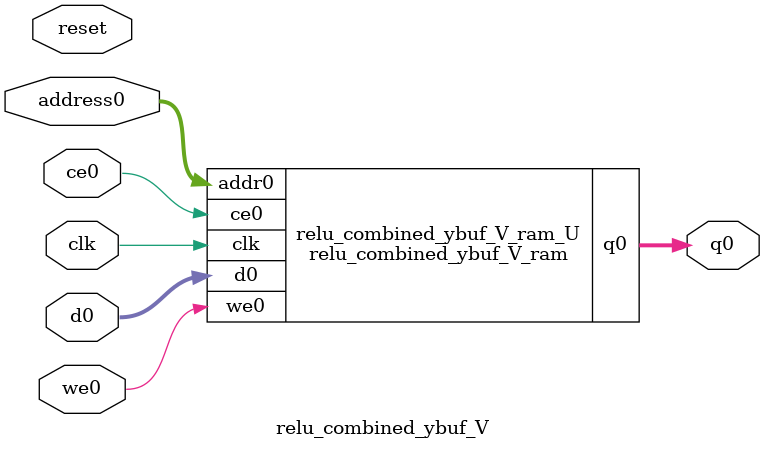
<source format=v>
`timescale 1 ns / 1 ps
module relu_combined_ybuf_V_ram (addr0, ce0, d0, we0, q0,  clk);

parameter DWIDTH = 15;
parameter AWIDTH = 9;
parameter MEM_SIZE = 512;

input[AWIDTH-1:0] addr0;
input ce0;
input[DWIDTH-1:0] d0;
input we0;
output reg[DWIDTH-1:0] q0;
input clk;

reg [DWIDTH-1:0] ram[0:MEM_SIZE-1];




always @(posedge clk)  
begin 
    if (ce0) begin
        if (we0) 
            ram[addr0] <= d0; 
        q0 <= ram[addr0];
    end
end


endmodule

`timescale 1 ns / 1 ps
module relu_combined_ybuf_V(
    reset,
    clk,
    address0,
    ce0,
    we0,
    d0,
    q0);

parameter DataWidth = 32'd15;
parameter AddressRange = 32'd512;
parameter AddressWidth = 32'd9;
input reset;
input clk;
input[AddressWidth - 1:0] address0;
input ce0;
input we0;
input[DataWidth - 1:0] d0;
output[DataWidth - 1:0] q0;



relu_combined_ybuf_V_ram relu_combined_ybuf_V_ram_U(
    .clk( clk ),
    .addr0( address0 ),
    .ce0( ce0 ),
    .we0( we0 ),
    .d0( d0 ),
    .q0( q0 ));

endmodule


</source>
